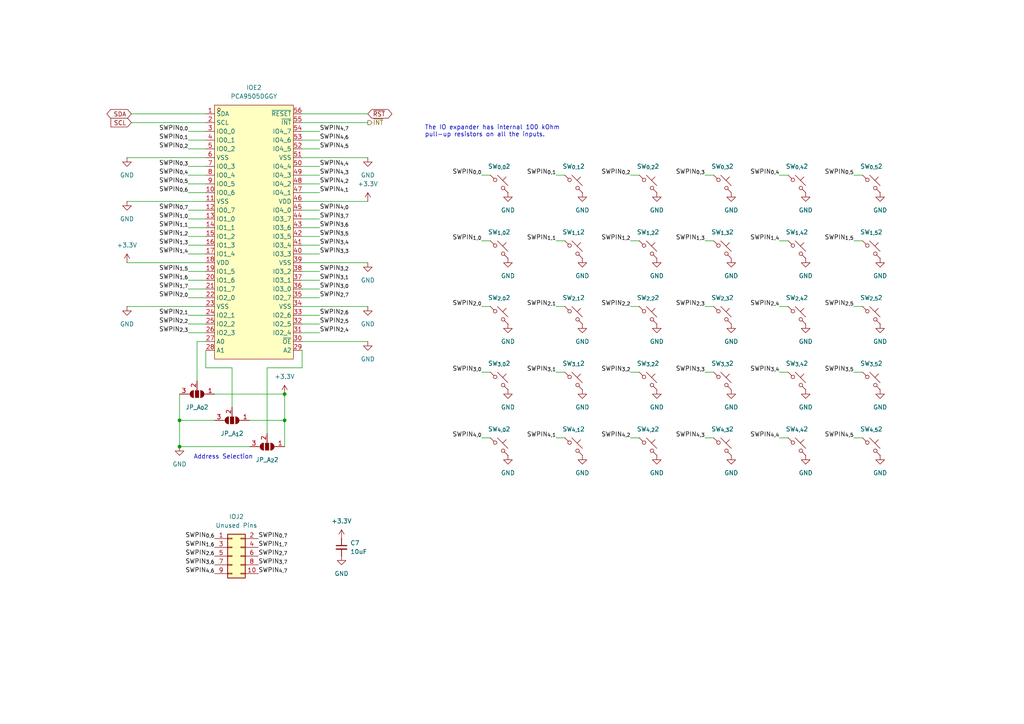
<source format=kicad_sch>
(kicad_sch (version 20250114) (generator "eeschema") (generator_version "9.0")
  (paper "A4")
  (title_block (title "Switches Right Half") (company "Jakub Hlusička"))
  (lib_symbols
    (symbol "Connector_Generic:Conn_02x05_Odd_Even" (pin_names (offset 1.016) (hide yes))
      (property "Reference" "J" (at 1.27 7.62 0))
      (property "Value" "Conn_02x05_Odd_Even" (at 1.27 -7.62 0))
      (symbol "Conn_02x05_Odd_Even_1_1"
        (rectangle (start -1.27 6.35) (end 3.81 -6.35) (stroke (width 0.254)) (fill (type background)))
        (rectangle (start -1.27 5.207) (end 0 4.953) (stroke (width 0.1524)))
        (rectangle (start -1.27 2.667) (end 0 2.413) (stroke (width 0.1524)))
        (rectangle (start -1.27 0.127) (end 0 -0.127) (stroke (width 0.1524)))
        (rectangle (start -1.27 -2.413) (end 0 -2.667) (stroke (width 0.1524)))
        (rectangle (start -1.27 -4.953) (end 0 -5.207) (stroke (width 0.1524)))
        (rectangle (start 3.81 5.207) (end 2.54 4.953) (stroke (width 0.1524)))
        (rectangle (start 3.81 2.667) (end 2.54 2.413) (stroke (width 0.1524)))
        (rectangle (start 3.81 0.127) (end 2.54 -0.127) (stroke (width 0.1524)))
        (rectangle (start 3.81 -2.413) (end 2.54 -2.667) (stroke (width 0.1524)))
        (rectangle (start 3.81 -4.953) (end 2.54 -5.207) (stroke (width 0.1524)))
        (pin passive line (at -5.08 5.08 0) (length 3.81) (name "Pin_1") (number "1"))
        (pin passive line (at -5.08 2.54 0) (length 3.81) (name "Pin_3") (number "3"))
        (pin passive line (at -5.08 0 0) (length 3.81) (name "Pin_5") (number "5"))
        (pin passive line (at -5.08 -2.54 0) (length 3.81) (name "Pin_7") (number "7"))
        (pin passive line (at -5.08 -5.08 0) (length 3.81) (name "Pin_9") (number "9"))
        (pin passive line (at 7.62 5.08 180) (length 3.81) (name "Pin_2") (number "2"))
        (pin passive line (at 7.62 2.54 180) (length 3.81) (name "Pin_4") (number "4"))
        (pin passive line (at 7.62 0 180) (length 3.81) (name "Pin_6") (number "6"))
        (pin passive line (at 7.62 -2.54 180) (length 3.81) (name "Pin_8") (number "8"))
        (pin passive line (at 7.62 -5.08 180) (length 3.81) (name "Pin_10") (number "10"))
      )
    )
    (symbol "Device:C_Small" (pin_numbers (hide yes)) (pin_names (offset 0.254) (hide yes))
      (property "Reference" "C" (at 0.254 1.778 0))
      (property "Value" "C_Small" (at 0.254 -2.032 0))
      (symbol "C_Small_0_1"
        (polyline (pts (xy -1.524 0.508) (xy 1.524 0.508)) (stroke (width 0.3048)))
        (polyline (pts (xy -1.524 -0.508) (xy 1.524 -0.508)) (stroke (width 0.3302)))
      )
      (symbol "C_Small_1_1"
        (pin passive line (at 0 2.54 270) (length 2.032) (name "~") (number "1"))
        (pin passive line (at 0 -2.54 90) (length 2.032) (name "~") (number "2"))
      )
    )
    (symbol "Jumper:SolderJumper_3_Open" (pin_names (offset 0) (hide yes)) (in_bom no)
      (property "Reference" "JP" (at -2.54 -2.54 0))
      (property "Value" "SolderJumper_3_Open" (at 0 2.794 0))
      (symbol "SolderJumper_3_Open_0_1"
        (polyline (pts (xy -2.54 0) (xy -2.032 0)))
        (polyline (pts (xy -1.016 1.016) (xy -1.016 -1.016)))
        (arc (start -1.016 -1.016) (mid -2.0276 0) (end -1.016 1.016))
        (arc (start -1.016 -1.016) (mid -2.0276 0) (end -1.016 1.016) (fill (type outline)))
        (rectangle (start -0.508 1.016) (end 0.508 -1.016) (fill (type outline)))
        (polyline (pts (xy 0 -1.27) (xy 0 -1.016)))
        (arc (start 1.016 1.016) (mid 2.0276 0) (end 1.016 -1.016))
        (arc (start 1.016 1.016) (mid 2.0276 0) (end 1.016 -1.016) (fill (type outline)))
        (polyline (pts (xy 1.016 1.016) (xy 1.016 -1.016)))
        (polyline (pts (xy 2.54 0) (xy 2.032 0)))
      )
      (symbol "SolderJumper_3_Open_1_1"
        (pin passive line (at -5.08 0 0) (length 2.54) (name "A") (number "1"))
        (pin passive line (at 0 -3.81 90) (length 2.54) (name "C") (number "2"))
        (pin passive line (at 5.08 0 180) (length 2.54) (name "B") (number "3"))
      )
    )
    (symbol "Switch:SW_Push_45deg" (pin_numbers (hide yes)) (pin_names (offset 1.016) (hide yes))
      (property "Reference" "SW" (at 3.048 1.016 0))
      (property "Value" "SW_Push_45deg" (at 0 -3.81 0))
      (symbol "SW_Push_45deg_0_1"
        (polyline (pts (xy -2.54 2.54) (xy -1.524 1.524) (xy -1.524 1.524)))
        (circle (center -1.1684 1.1684) (radius 0.508))
        (polyline (pts (xy -0.508 2.54) (xy 2.54 -0.508)))
        (polyline (pts (xy 1.016 1.016) (xy 2.032 2.032)))
        (circle (center 1.143 -1.1938) (radius 0.508))
        (polyline (pts (xy 1.524 -1.524) (xy 2.54 -2.54) (xy 2.54 -2.54) (xy 2.54 -2.54)))
        (pin passive line (at -2.54 2.54 0) (length 0) (name "1") (number "1"))
        (pin passive line (at 2.54 -2.54 180) (length 0) (name "2") (number "2"))
      )
    )
    (symbol "easyeda2kicad:PCA9505DGGY"
      (property "Reference" "U" (at 0 39.37 0))
      (property "Value" "PCA9505DGGY" (at 0 -39.37 0))
      (symbol "PCA9505DGGY_0_1"
        (rectangle (start -11.43 36.83) (end 11.43 -36.83) (fill (type background)))
        (circle (center -10.16 35.56) (radius 0.38))
      )
      (symbol "PCA9505DGGY_1_1"
        (pin bidirectional line (at -13.97 34.29 0) (length 2.54) (name "SDA") (number "1"))
        (pin input line (at -13.97 31.75 0) (length 2.54) (name "SCL") (number "2"))
        (pin bidirectional line (at -13.97 29.21 0) (length 2.54) (name "IO0_0") (number "3"))
        (pin bidirectional line (at -13.97 26.67 0) (length 2.54) (name "IO0_1") (number "4"))
        (pin bidirectional line (at -13.97 24.13 0) (length 2.54) (name "IO0_2") (number "5"))
        (pin power_in line (at -13.97 21.59 0) (length 2.54) (name "VSS") (number "6"))
        (pin bidirectional line (at -13.97 19.05 0) (length 2.54) (name "IO0_3") (number "7"))
        (pin bidirectional line (at -13.97 16.51 0) (length 2.54) (name "IO0_4") (number "8"))
        (pin bidirectional line (at -13.97 13.97 0) (length 2.54) (name "IO0_5") (number "9"))
        (pin bidirectional line (at -13.97 11.43 0) (length 2.54) (name "IO0_6") (number "10"))
        (pin power_in line (at -13.97 8.89 0) (length 2.54) (name "VSS") (number "11"))
        (pin bidirectional line (at -13.97 6.35 0) (length 2.54) (name "IO0_7") (number "12"))
        (pin bidirectional line (at -13.97 3.81 0) (length 2.54) (name "IO1_0") (number "13"))
        (pin bidirectional line (at -13.97 1.27 0) (length 2.54) (name "IO1_1") (number "14"))
        (pin bidirectional line (at -13.97 -1.27 0) (length 2.54) (name "IO1_2") (number "15"))
        (pin bidirectional line (at -13.97 -3.81 0) (length 2.54) (name "IO1_3") (number "16"))
        (pin bidirectional line (at -13.97 -6.35 0) (length 2.54) (name "IO1_4") (number "17"))
        (pin power_in line (at -13.97 -8.89 0) (length 2.54) (name "VDD") (number "18"))
        (pin bidirectional line (at -13.97 -11.43 0) (length 2.54) (name "IO1_5") (number "19"))
        (pin bidirectional line (at -13.97 -13.97 0) (length 2.54) (name "IO1_6") (number "20"))
        (pin bidirectional line (at -13.97 -16.51 0) (length 2.54) (name "IO1_7") (number "21"))
        (pin bidirectional line (at -13.97 -19.05 0) (length 2.54) (name "IO2_0") (number "22"))
        (pin power_in line (at -13.97 -21.59 0) (length 2.54) (name "VSS") (number "23"))
        (pin bidirectional line (at -13.97 -24.13 0) (length 2.54) (name "IO2_1") (number "24"))
        (pin bidirectional line (at -13.97 -26.67 0) (length 2.54) (name "IO2_2") (number "25"))
        (pin bidirectional line (at -13.97 -29.21 0) (length 2.54) (name "IO2_3") (number "26"))
        (pin input line (at -13.97 -31.75 0) (length 2.54) (name "A0") (number "27"))
        (pin input line (at -13.97 -34.29 0) (length 2.54) (name "A1") (number "28"))
        (pin input line (at 13.97 34.29 180) (length 2.54) (name "~{RESET}") (number "56"))
        (pin open_collector line (at 13.97 31.75 180) (length 2.54) (name "~{INT}") (number "55"))
        (pin bidirectional line (at 13.97 29.21 180) (length 2.54) (name "IO4_7") (number "54"))
        (pin bidirectional line (at 13.97 26.67 180) (length 2.54) (name "IO4_6") (number "53"))
        (pin bidirectional line (at 13.97 24.13 180) (length 2.54) (name "IO4_5") (number "52"))
        (pin power_in line (at 13.97 21.59 180) (length 2.54) (name "VSS") (number "51"))
        (pin bidirectional line (at 13.97 19.05 180) (length 2.54) (name "IO4_4") (number "50"))
        (pin bidirectional line (at 13.97 16.51 180) (length 2.54) (name "IO4_3") (number "49"))
        (pin bidirectional line (at 13.97 13.97 180) (length 2.54) (name "IO4_2") (number "48"))
        (pin bidirectional line (at 13.97 11.43 180) (length 2.54) (name "IO4_1") (number "47"))
        (pin power_in line (at 13.97 8.89 180) (length 2.54) (name "VDD") (number "46"))
        (pin bidirectional line (at 13.97 6.35 180) (length 2.54) (name "IO4_0") (number "45"))
        (pin bidirectional line (at 13.97 3.81 180) (length 2.54) (name "IO3_7") (number "44"))
        (pin bidirectional line (at 13.97 1.27 180) (length 2.54) (name "IO3_6") (number "43"))
        (pin bidirectional line (at 13.97 -1.27 180) (length 2.54) (name "IO3_5") (number "42"))
        (pin bidirectional line (at 13.97 -3.81 180) (length 2.54) (name "IO3_4") (number "41"))
        (pin bidirectional line (at 13.97 -6.35 180) (length 2.54) (name "IO3_3") (number "40"))
        (pin power_in line (at 13.97 -8.89 180) (length 2.54) (name "VSS") (number "39"))
        (pin bidirectional line (at 13.97 -11.43 180) (length 2.54) (name "IO3_2") (number "38"))
        (pin bidirectional line (at 13.97 -13.97 180) (length 2.54) (name "IO3_1") (number "37"))
        (pin bidirectional line (at 13.97 -16.51 180) (length 2.54) (name "IO3_0") (number "36"))
        (pin bidirectional line (at 13.97 -19.05 180) (length 2.54) (name "IO2_7") (number "35"))
        (pin power_in line (at 13.97 -21.59 180) (length 2.54) (name "VSS") (number "34"))
        (pin bidirectional line (at 13.97 -24.13 180) (length 2.54) (name "IO2_6") (number "33"))
        (pin bidirectional line (at 13.97 -26.67 180) (length 2.54) (name "IO2_5") (number "32"))
        (pin bidirectional line (at 13.97 -29.21 180) (length 2.54) (name "IO2_4") (number "31"))
        (pin input line (at 13.97 -31.75 180) (length 2.54) (name "~{OE}") (number "30"))
        (pin input line (at 13.97 -34.29 180) (length 2.54) (name "A2") (number "29"))
      )
    )
    (symbol "power:+3.3V" (power) (pin_numbers (hide yes)) (pin_names (offset 0) (hide yes))
      (property "Value" "+3.3V" (at 0 3.556 0))
      (symbol "+3.3V_0_1"
        (polyline (pts (xy -0.762 1.27) (xy 0 2.54)))
        (polyline (pts (xy 0 2.54) (xy 0.762 1.27)))
        (polyline (pts (xy 0 0) (xy 0 2.54)))
      )
      (symbol "+3.3V_1_1"
        (pin power_in line (at 0 0 90) (length 0) (name "~") (number "1"))
      )
    )
    (symbol "power:GND" (power) (pin_numbers (hide yes)) (pin_names (offset 0) (hide yes))
      (property "Value" "GND" (at 0 -3.81 0))
      (symbol "GND_0_1"
        (polyline (pts (xy 0 0) (xy 0 -1.27) (xy 1.27 -1.27) (xy 0 -2.54) (xy -1.27 -1.27) (xy 0 -1.27)))
      )
      (symbol "GND_1_1"
        (pin power_in line (at 0 0 270) (length 0) (name "~") (number "1"))
      )
    )
  )
  (text "Address Selection" (at 64.77 132.588 0) (effects (font (size 1.27 1.27))))
  (text "The IO expander has internal 100 kOhm\npull-up resistors on all the inputs." (at 123.19 38.1 0) (effects (font (size 1.27 1.27)) (justify left)))
  (junction (at 82.55 121.92))
  (junction (at 52.07 129.54))
  (junction (at 52.07 121.92))
  (junction (at 82.55 114.3))
  (wire (pts (xy 106.68 99.06) (xy 87.63 99.06)))
  (wire (pts (xy 54.61 38.1) (xy 59.69 38.1)))
  (wire (pts (xy 182.88 88.9) (xy 185.42 88.9)))
  (wire (pts (xy 92.71 40.64) (xy 87.63 40.64)))
  (wire (pts (xy 54.61 60.96) (xy 59.69 60.96)))
  (wire (pts (xy 54.61 43.18) (xy 59.69 43.18)))
  (wire (pts (xy 54.61 73.66) (xy 59.69 73.66)))
  (wire (pts (xy 87.63 101.6) (xy 87.63 106.68)))
  (wire (pts (xy 139.7 88.9) (xy 142.24 88.9)))
  (wire (pts (xy 92.71 73.66) (xy 87.63 73.66)))
  (wire (pts (xy 92.71 63.5) (xy 87.63 63.5)))
  (wire (pts (xy 182.88 69.85) (xy 185.42 69.85)))
  (wire (pts (xy 139.7 127) (xy 142.24 127)))
  (wire (pts (xy 92.71 38.1) (xy 87.63 38.1)))
  (wire (pts (xy 54.61 68.58) (xy 59.69 68.58)))
  (wire (pts (xy 62.23 114.3) (xy 82.55 114.3)))
  (wire (pts (xy 92.71 50.8) (xy 87.63 50.8)))
  (wire (pts (xy 92.71 81.28) (xy 87.63 81.28)))
  (wire (pts (xy 87.63 35.56) (xy 106.68 35.56)))
  (wire (pts (xy 36.83 76.2) (xy 59.69 76.2)))
  (wire (pts (xy 226.06 88.9) (xy 228.6 88.9)))
  (wire (pts (xy 77.47 125.73) (xy 77.47 106.68)))
  (wire (pts (xy 38.1 33.02) (xy 59.69 33.02)))
  (wire (pts (xy 54.61 66.04) (xy 59.69 66.04)))
  (wire (pts (xy 67.31 106.68) (xy 67.31 118.11)))
  (wire (pts (xy 92.71 86.36) (xy 87.63 86.36)))
  (wire (pts (xy 92.71 68.58) (xy 87.63 68.58)))
  (wire (pts (xy 204.47 107.95) (xy 207.01 107.95)))
  (wire (pts (xy 92.71 71.12) (xy 87.63 71.12)))
  (wire (pts (xy 38.1 35.56) (xy 59.69 35.56)))
  (wire (pts (xy 72.39 121.92) (xy 82.55 121.92)))
  (wire (pts (xy 161.29 50.8) (xy 163.83 50.8)))
  (wire (pts (xy 52.07 114.3) (xy 52.07 121.92)))
  (wire (pts (xy 226.06 50.8) (xy 228.6 50.8)))
  (wire (pts (xy 92.71 93.98) (xy 87.63 93.98)))
  (wire (pts (xy 87.63 33.02) (xy 106.68 33.02)))
  (wire (pts (xy 54.61 91.44) (xy 59.69 91.44)))
  (wire (pts (xy 226.06 107.95) (xy 228.6 107.95)))
  (wire (pts (xy 92.71 83.82) (xy 87.63 83.82)))
  (wire (pts (xy 87.63 45.72) (xy 106.68 45.72)))
  (wire (pts (xy 92.71 43.18) (xy 87.63 43.18)))
  (wire (pts (xy 247.65 88.9) (xy 250.19 88.9)))
  (wire (pts (xy 59.69 106.68) (xy 67.31 106.68)))
  (wire (pts (xy 54.61 71.12) (xy 59.69 71.12)))
  (wire (pts (xy 247.65 127) (xy 250.19 127)))
  (wire (pts (xy 52.07 129.54) (xy 72.39 129.54)))
  (wire (pts (xy 54.61 78.74) (xy 59.69 78.74)))
  (wire (pts (xy 54.61 40.64) (xy 59.69 40.64)))
  (wire (pts (xy 204.47 50.8) (xy 207.01 50.8)))
  (wire (pts (xy 54.61 48.26) (xy 59.69 48.26)))
  (wire (pts (xy 182.88 50.8) (xy 185.42 50.8)))
  (wire (pts (xy 139.7 50.8) (xy 142.24 50.8)))
  (wire (pts (xy 87.63 76.2) (xy 106.68 76.2)))
  (wire (pts (xy 247.65 69.85) (xy 250.19 69.85)))
  (wire (pts (xy 247.65 50.8) (xy 250.19 50.8)))
  (wire (pts (xy 52.07 121.92) (xy 52.07 129.54)))
  (wire (pts (xy 139.7 107.95) (xy 142.24 107.95)))
  (wire (pts (xy 161.29 88.9) (xy 163.83 88.9)))
  (wire (pts (xy 92.71 60.96) (xy 87.63 60.96)))
  (wire (pts (xy 54.61 63.5) (xy 59.69 63.5)))
  (wire (pts (xy 226.06 69.85) (xy 228.6 69.85)))
  (wire (pts (xy 82.55 114.3) (xy 82.55 121.92)))
  (wire (pts (xy 54.61 93.98) (xy 59.69 93.98)))
  (wire (pts (xy 182.88 127) (xy 185.42 127)))
  (wire (pts (xy 77.47 106.68) (xy 87.63 106.68)))
  (wire (pts (xy 87.63 88.9) (xy 106.68 88.9)))
  (wire (pts (xy 204.47 127) (xy 207.01 127)))
  (wire (pts (xy 59.69 101.6) (xy 59.69 106.68)))
  (wire (pts (xy 87.63 58.42) (xy 106.68 58.42)))
  (wire (pts (xy 36.83 58.42) (xy 59.69 58.42)))
  (wire (pts (xy 226.06 127) (xy 228.6 127)))
  (wire (pts (xy 161.29 107.95) (xy 163.83 107.95)))
  (wire (pts (xy 36.83 45.72) (xy 59.69 45.72)))
  (wire (pts (xy 54.61 96.52) (xy 59.69 96.52)))
  (wire (pts (xy 54.61 83.82) (xy 59.69 83.82)))
  (wire (pts (xy 139.7 69.85) (xy 142.24 69.85)))
  (wire (pts (xy 182.88 107.95) (xy 185.42 107.95)))
  (wire (pts (xy 92.71 91.44) (xy 87.63 91.44)))
  (wire (pts (xy 92.71 66.04) (xy 87.63 66.04)))
  (wire (pts (xy 92.71 55.88) (xy 87.63 55.88)))
  (wire (pts (xy 36.83 88.9) (xy 59.69 88.9)))
  (wire (pts (xy 161.29 69.85) (xy 163.83 69.85)))
  (wire (pts (xy 54.61 86.36) (xy 59.69 86.36)))
  (wire (pts (xy 59.69 99.06) (xy 57.15 99.06)))
  (wire (pts (xy 52.07 121.92) (xy 62.23 121.92)))
  (wire (pts (xy 92.71 53.34) (xy 87.63 53.34)))
  (wire (pts (xy 82.55 121.92) (xy 82.55 129.54)))
  (wire (pts (xy 204.47 69.85) (xy 207.01 69.85)))
  (wire (pts (xy 161.29 127) (xy 163.83 127)))
  (wire (pts (xy 247.65 107.95) (xy 250.19 107.95)))
  (wire (pts (xy 57.15 99.06) (xy 57.15 110.49)))
  (wire (pts (xy 54.61 50.8) (xy 59.69 50.8)))
  (wire (pts (xy 92.71 78.74) (xy 87.63 78.74)))
  (wire (pts (xy 54.61 53.34) (xy 59.69 53.34)))
  (wire (pts (xy 204.47 88.9) (xy 207.01 88.9)))
  (wire (pts (xy 54.61 55.88) (xy 59.69 55.88)))
  (wire (pts (xy 92.71 48.26) (xy 87.63 48.26)))
  (wire (pts (xy 54.61 81.28) (xy 59.69 81.28)))
  (wire (pts (xy 92.71 96.52) (xy 87.63 96.52)))
  (label "SWPIN_{3,1}" (at 161.29 107.95 180))
  (label "SWPIN_{0,3}" (at 204.47 50.8 180))
  (label "SWPIN_{3,2}" (at 92.71 78.74 0))
  (label "SWPIN_{0,7}" (at 74.93 156.21 0))
  (label "SWPIN_{4,5}" (at 247.65 127 180))
  (label "SWPIN_{4,6}" (at 62.23 166.37 180))
  (label "SWPIN_{2,7}" (at 92.71 86.36 0))
  (label "SWPIN_{2,1}" (at 54.61 91.44 180))
  (label "SWPIN_{2,7}" (at 74.93 161.29 0))
  (label "SWPIN_{3,5}" (at 247.65 107.95 180))
  (label "SWPIN_{2,4}" (at 226.06 88.9 180))
  (label "SWPIN_{0,6}" (at 54.61 55.88 180))
  (label "SWPIN_{4,4}" (at 226.06 127 180))
  (label "SWPIN_{3,0}" (at 92.71 83.82 0))
  (label "SWPIN_{0,2}" (at 182.88 50.8 180))
  (label "SWPIN_{1,1}" (at 54.61 66.04 180))
  (label "SWPIN_{4,2}" (at 182.88 127 180))
  (label "SWPIN_{2,2}" (at 54.61 93.98 180))
  (label "SWPIN_{3,3}" (at 92.71 73.66 0))
  (label "SWPIN_{1,4}" (at 54.61 73.66 180))
  (label "SWPIN_{4,6}" (at 92.71 40.64 0))
  (label "SWPIN_{2,0}" (at 54.61 86.36 180))
  (label "SWPIN_{1,7}" (at 74.93 158.75 0))
  (label "SWPIN_{0,6}" (at 62.23 156.21 180))
  (label "SWPIN_{1,1}" (at 161.29 69.85 180))
  (label "SWPIN_{1,6}" (at 54.61 81.28 180))
  (label "SWPIN_{1,2}" (at 182.88 69.85 180))
  (label "SWPIN_{4,7}" (at 74.93 166.37 0))
  (label "SWPIN_{0,3}" (at 54.61 48.26 180))
  (label "SWPIN_{2,3}" (at 204.47 88.9 180))
  (label "SWPIN_{0,0}" (at 139.7 50.8 180))
  (label "SWPIN_{3,0}" (at 139.7 107.95 180))
  (label "SWPIN_{3,3}" (at 204.47 107.95 180))
  (label "SWPIN_{0,1}" (at 54.61 40.64 180))
  (label "SWPIN_{3,7}" (at 74.93 163.83 0))
  (label "SWPIN_{2,2}" (at 182.88 88.9 180))
  (label "SWPIN_{0,4}" (at 226.06 50.8 180))
  (label "SWPIN_{0,5}" (at 54.61 53.34 180))
  (label "SWPIN_{0,1}" (at 161.29 50.8 180))
  (label "SWPIN_{2,6}" (at 92.71 91.44 0))
  (label "SWPIN_{4,0}" (at 92.71 60.96 0))
  (label "SWPIN_{1,4}" (at 226.06 69.85 180))
  (label "SWPIN_{1,3}" (at 54.61 71.12 180))
  (label "SWPIN_{1,2}" (at 54.61 68.58 180))
  (label "SWPIN_{3,4}" (at 92.71 71.12 0))
  (label "SWPIN_{4,3}" (at 204.47 127 180))
  (label "SWPIN_{4,3}" (at 92.71 50.8 0))
  (label "SWPIN_{2,0}" (at 139.7 88.9 180))
  (label "SWPIN_{1,5}" (at 247.65 69.85 180))
  (label "SWPIN_{2,5}" (at 92.71 93.98 0))
  (label "SWPIN_{3,1}" (at 92.71 81.28 0))
  (label "SWPIN_{3,5}" (at 92.71 68.58 0))
  (label "SWPIN_{4,1}" (at 92.71 55.88 0))
  (label "SWPIN_{3,2}" (at 182.88 107.95 180))
  (label "SWPIN_{2,5}" (at 247.65 88.9 180))
  (label "SWPIN_{1,3}" (at 204.47 69.85 180))
  (label "SWPIN_{4,1}" (at 161.29 127 180))
  (label "SWPIN_{3,4}" (at 226.06 107.95 180))
  (label "SWPIN_{2,4}" (at 92.71 96.52 0))
  (label "SWPIN_{2,3}" (at 54.61 96.52 180))
  (label "SWPIN_{1,6}" (at 62.23 158.75 180))
  (label "SWPIN_{4,4}" (at 92.71 48.26 0))
  (label "SWPIN_{3,6}" (at 92.71 66.04 0))
  (label "SWPIN_{3,6}" (at 62.23 163.83 180))
  (label "SWPIN_{4,2}" (at 92.71 53.34 0))
  (label "SWPIN_{2,1}" (at 161.29 88.9 180))
  (label "SWPIN_{1,0}" (at 139.7 69.85 180))
  (label "SWPIN_{0,5}" (at 247.65 50.8 180))
  (label "SWPIN_{0,7}" (at 54.61 60.96 180))
  (label "SWPIN_{4,7}" (at 92.71 38.1 0))
  (label "SWPIN_{1,0}" (at 54.61 63.5 180))
  (label "SWPIN_{0,2}" (at 54.61 43.18 180))
  (label "SWPIN_{4,0}" (at 139.7 127 180))
  (label "SWPIN_{0,4}" (at 54.61 50.8 180))
  (label "SWPIN_{3,7}" (at 92.71 63.5 0))
  (label "SWPIN_{0,0}" (at 54.61 38.1 180))
  (label "SWPIN_{1,5}" (at 54.61 78.74 180))
  (label "SWPIN_{1,7}" (at 54.61 83.82 180))
  (label "SWPIN_{2,6}" (at 62.23 161.29 180))
  (label "SWPIN_{4,5}" (at 92.71 43.18 0))
  (global_label "SCL" (shape input) (at 38.1 35.56 180) (property "Intersheetrefs" "${INTERSHEET_REFS}" (effects (hide yes))))
  (global_label "SDA" (shape bidirectional) (at 38.1 33.02 180) (property "Intersheetrefs" "${INTERSHEET_REFS}" (effects (hide yes))))
  (global_label "~{RST}" (shape bidirectional) (at 106.68 33.02 0) (property "Intersheetrefs" "${INTERSHEET_REFS}" (effects (hide yes))))
  (hierarchical_label "~{INT}" (shape output) (at 106.68 35.56 0))
  (symbol (lib_id "power:GND") (at 212.09 93.98 0) (unit 1)
    (property "Reference" "#PWR077" (effects (hide yes)))
    (property "Value" "GND" (at 212.09 99.06 0))
    (property "Description" "Power symbol creates a global label with name \"GND\" , ground" (effects (hide yes)))
    (instances (project "acid" (path "" (reference "#PWR032") (unit 1)) (path "" (reference "#PWR077") (unit 1))))
  )
  (symbol (lib_id "Switch:SW_Push_45deg") (at 187.96 129.54 0) (unit 1)
    (property "Reference" "SW_{4,2}1" (at 187.96 124.46 0))
    (property "Value" "SW_Push_45deg" (effects (hide yes)))
    (property "Footprint" "MX_Hotswap:MX-Hotswap-1U" (effects (hide yes)))
    (property "Description" "Push button switch, normally open, two pins, 45° tilted" (effects (hide yes)))
    (instances (project "acid" (path "" (reference "SW_{4,2}2") (unit 1)) (path "" (reference "SW_{4,2}1") (unit 1))))
  )
  (symbol (lib_id "power:GND") (at 255.27 113.03 0) (unit 1)
    (property "Reference" "#PWR088" (effects (hide yes)))
    (property "Value" "GND" (at 255.27 118.11 0))
    (property "Description" "Power symbol creates a global label with name \"GND\" , ground" (effects (hide yes)))
    (instances (project "acid" (path "" (reference "#PWR040") (unit 1)) (path "" (reference "#PWR088") (unit 1))))
  )
  (symbol (lib_id "Switch:SW_Push_45deg") (at 231.14 53.34 0) (unit 1)
    (property "Reference" "SW_{0,4}1" (at 231.14 48.26 0))
    (property "Value" "SW_Push_45deg" (effects (hide yes)))
    (property "Footprint" "MX_Hotswap:MX-Hotswap-1U" (effects (hide yes)))
    (property "Description" "Push button switch, normally open, two pins, 45° tilted" (effects (hide yes)))
    (instances (project "acid" (path "" (reference "SW_{0,4}2") (unit 1)) (path "" (reference "SW_{0,4}1") (unit 1))))
  )
  (symbol (lib_id "power:GND") (at 190.5 132.08 0) (unit 1)
    (property "Reference" "#PWR074" (effects (hide yes)))
    (property "Value" "GND" (at 190.5 137.16 0))
    (property "Description" "Power symbol creates a global label with name \"GND\" , ground" (effects (hide yes)))
    (instances (project "acid" (path "" (reference "#PWR043") (unit 1)) (path "" (reference "#PWR074") (unit 1))))
  )
  (symbol (lib_id "power:GND") (at 190.5 55.88 0) (unit 1)
    (property "Reference" "#PWR070" (effects (hide yes)))
    (property "Value" "GND" (at 190.5 60.96 0))
    (property "Description" "Power symbol creates a global label with name \"GND\" , ground" (effects (hide yes)))
    (instances (project "acid" (path "" (reference "#PWR019") (unit 1)) (path "" (reference "#PWR070") (unit 1))))
  )
  (symbol (lib_id "Switch:SW_Push_45deg") (at 209.55 53.34 0) (unit 1)
    (property "Reference" "SW_{0,3}1" (at 209.55 48.26 0))
    (property "Value" "SW_Push_45deg" (effects (hide yes)))
    (property "Footprint" "MX_Hotswap:MX-Hotswap-1U" (effects (hide yes)))
    (property "Description" "Push button switch, normally open, two pins, 45° tilted" (effects (hide yes)))
    (instances (project "acid" (path "" (reference "SW_{0,3}2") (unit 1)) (path "" (reference "SW_{0,3}1") (unit 1))))
  )
  (symbol (lib_id "Switch:SW_Push_45deg") (at 166.37 110.49 0) (unit 1)
    (property "Reference" "SW_{3,1}1" (at 166.37 105.41 0))
    (property "Value" "SW_Push_45deg" (effects (hide yes)))
    (property "Footprint" "MX_Hotswap:MX-Hotswap-1U" (effects (hide yes)))
    (property "Description" "Push button switch, normally open, two pins, 45° tilted" (effects (hide yes)))
    (instances (project "acid" (path "" (reference "SW_{3,1}2") (unit 1)) (path "" (reference "SW_{3,1}1") (unit 1))))
  )
  (symbol (lib_id "power:GND") (at 106.68 45.72 0) (unit 1)
    (property "Reference" "#PWR055" (effects (hide yes)))
    (property "Value" "GND" (at 106.68 50.8 0))
    (property "Description" "Power symbol creates a global label with name \"GND\" , ground" (effects (hide yes)))
    (instances (project "acid" (path "" (reference "#PWR015") (unit 1)) (path "" (reference "#PWR055") (unit 1))))
  )
  (symbol (lib_id "Switch:SW_Push_45deg") (at 231.14 110.49 0) (unit 1)
    (property "Reference" "SW_{3,4}1" (at 231.14 105.41 0))
    (property "Value" "SW_Push_45deg" (effects (hide yes)))
    (property "Footprint" "MX_Hotswap:MX-Hotswap-1U" (effects (hide yes)))
    (property "Description" "Push button switch, normally open, two pins, 45° tilted" (effects (hide yes)))
    (instances (project "acid" (path "" (reference "SW_{3,4}2") (unit 1)) (path "" (reference "SW_{3,4}1") (unit 1))))
  )
  (symbol (lib_id "power:GND") (at 255.27 93.98 0) (unit 1)
    (property "Reference" "#PWR087" (effects (hide yes)))
    (property "Value" "GND" (at 255.27 99.06 0))
    (property "Description" "Power symbol creates a global label with name \"GND\" , ground" (effects (hide yes)))
    (instances (project "acid" (path "" (reference "#PWR034") (unit 1)) (path "" (reference "#PWR087") (unit 1))))
  )
  (symbol (lib_id "power:GND") (at 190.5 113.03 0) (unit 1)
    (property "Reference" "#PWR073" (effects (hide yes)))
    (property "Value" "GND" (at 190.5 118.11 0))
    (property "Description" "Power symbol creates a global label with name \"GND\" , ground" (effects (hide yes)))
    (instances (project "acid" (path "" (reference "#PWR037") (unit 1)) (path "" (reference "#PWR073") (unit 1))))
  )
  (symbol (lib_id "Switch:SW_Push_45deg") (at 166.37 53.34 0) (unit 1)
    (property "Reference" "SW_{0,1}1" (at 166.37 48.26 0))
    (property "Value" "SW_Push_45deg" (effects (hide yes)))
    (property "Footprint" "MX_Hotswap:MX-Hotswap-1U" (effects (hide yes)))
    (property "Description" "Push button switch, normally open, two pins, 45° tilted" (effects (hide yes)))
    (instances (project "acid" (path "" (reference "SW_{0,1}2") (unit 1)) (path "" (reference "SW_{0,1}1") (unit 1))))
  )
  (symbol (lib_id "power:GND") (at 168.91 55.88 0) (unit 1)
    (property "Reference" "#PWR065" (effects (hide yes)))
    (property "Value" "GND" (at 168.91 60.96 0))
    (property "Description" "Power symbol creates a global label with name \"GND\" , ground" (effects (hide yes)))
    (instances (project "acid" (path "" (reference "#PWR018") (unit 1)) (path "" (reference "#PWR065") (unit 1))))
  )
  (symbol (lib_id "Switch:SW_Push_45deg") (at 166.37 129.54 0) (unit 1)
    (property "Reference" "SW_{4,1}1" (at 166.37 124.46 0))
    (property "Value" "SW_Push_45deg" (effects (hide yes)))
    (property "Footprint" "MX_Hotswap:MX-Hotswap-1U" (effects (hide yes)))
    (property "Description" "Push button switch, normally open, two pins, 45° tilted" (effects (hide yes)))
    (instances (project "acid" (path "" (reference "SW_{4,1}2") (unit 1)) (path "" (reference "SW_{4,1}1") (unit 1))))
  )
  (symbol (lib_id "Switch:SW_Push_45deg") (at 231.14 91.44 0) (unit 1)
    (property "Reference" "SW_{2,4}1" (at 231.14 86.36 0))
    (property "Value" "SW_Push_45deg" (effects (hide yes)))
    (property "Footprint" "MX_Hotswap:MX-Hotswap-1U" (effects (hide yes)))
    (property "Description" "Push button switch, normally open, two pins, 45° tilted" (effects (hide yes)))
    (instances (project "acid" (path "" (reference "SW_{2,4}2") (unit 1)) (path "" (reference "SW_{2,4}1") (unit 1))))
  )
  (symbol (lib_id "power:GND") (at 212.09 74.93 0) (unit 1)
    (property "Reference" "#PWR076" (effects (hide yes)))
    (property "Value" "GND" (at 212.09 80.01 0))
    (property "Description" "Power symbol creates a global label with name \"GND\" , ground" (effects (hide yes)))
    (instances (project "acid" (path "" (reference "#PWR026") (unit 1)) (path "" (reference "#PWR076") (unit 1))))
  )
  (symbol (lib_id "power:GND") (at 106.68 76.2 0) (unit 1)
    (property "Reference" "#PWR057" (effects (hide yes)))
    (property "Value" "GND" (at 106.68 81.28 0))
    (property "Description" "Power symbol creates a global label with name \"GND\" , ground" (effects (hide yes)))
    (instances (project "acid" (path "" (reference "#PWR014") (unit 1)) (path "" (reference "#PWR057") (unit 1))))
  )
  (symbol (lib_id "power:GND") (at 212.09 132.08 0) (unit 1)
    (property "Reference" "#PWR079" (effects (hide yes)))
    (property "Value" "GND" (at 212.09 137.16 0))
    (property "Description" "Power symbol creates a global label with name \"GND\" , ground" (effects (hide yes)))
    (instances (project "acid" (path "" (reference "#PWR044") (unit 1)) (path "" (reference "#PWR079") (unit 1))))
  )
  (symbol (lib_id "power:GND") (at 255.27 74.93 0) (unit 1)
    (property "Reference" "#PWR086" (effects (hide yes)))
    (property "Value" "GND" (at 255.27 80.01 0))
    (property "Description" "Power symbol creates a global label with name \"GND\" , ground" (effects (hide yes)))
    (instances (project "acid" (path "" (reference "#PWR028") (unit 1)) (path "" (reference "#PWR086") (unit 1))))
  )
  (symbol (lib_id "power:GND") (at 106.68 88.9 0) (unit 1)
    (property "Reference" "#PWR058" (effects (hide yes)))
    (property "Value" "GND" (at 106.68 93.98 0))
    (property "Description" "Power symbol creates a global label with name \"GND\" , ground" (effects (hide yes)))
    (instances (project "acid" (path "" (reference "#PWR013") (unit 1)) (path "" (reference "#PWR058") (unit 1))))
  )
  (symbol (lib_id "Switch:SW_Push_45deg") (at 252.73 110.49 0) (unit 1)
    (property "Reference" "SW_{3,5}1" (at 252.73 105.41 0))
    (property "Value" "SW_Push_45deg" (effects (hide yes)))
    (property "Footprint" "MX_Hotswap:MX-Hotswap-1U" (effects (hide yes)))
    (property "Description" "Push button switch, normally open, two pins, 45° tilted" (effects (hide yes)))
    (instances (project "acid" (path "" (reference "SW_{3,5}2") (unit 1)) (path "" (reference "SW_{3,5}1") (unit 1))))
  )
  (symbol (lib_id "power:GND") (at 212.09 55.88 0) (unit 1)
    (property "Reference" "#PWR075" (effects (hide yes)))
    (property "Value" "GND" (at 212.09 60.96 0))
    (property "Description" "Power symbol creates a global label with name \"GND\" , ground" (effects (hide yes)))
    (instances (project "acid" (path "" (reference "#PWR020") (unit 1)) (path "" (reference "#PWR075") (unit 1))))
  )
  (symbol (lib_id "power:GND") (at 36.83 58.42 0) (unit 1)
    (property "Reference" "#PWR049" (effects (hide yes)))
    (property "Value" "GND" (at 36.83 63.5 0))
    (property "Description" "Power symbol creates a global label with name \"GND\" , ground" (effects (hide yes)))
    (instances (project "acid" (path "" (reference "#PWR011") (unit 1)) (path "" (reference "#PWR049") (unit 1))))
  )
  (symbol (lib_id "Switch:SW_Push_45deg") (at 209.55 129.54 0) (unit 1)
    (property "Reference" "SW_{4,3}1" (at 209.55 124.46 0))
    (property "Value" "SW_Push_45deg" (effects (hide yes)))
    (property "Footprint" "MX_Hotswap:MX-Hotswap-1U" (effects (hide yes)))
    (property "Description" "Push button switch, normally open, two pins, 45° tilted" (effects (hide yes)))
    (instances (project "acid" (path "" (reference "SW_{4,3}2") (unit 1)) (path "" (reference "SW_{4,3}1") (unit 1))))
  )
  (symbol (lib_id "power:GND") (at 99.06 161.29 0) (unit 1)
    (property "Reference" "#PWR0116" (effects (hide yes)))
    (property "Value" "GND" (at 99.06 166.37 0))
    (property "Description" "Power symbol creates a global label with name \"GND\" , ground" (effects (hide yes)))
    (instances (project "acid" (path "" (reference "#PWR0117") (unit 1)) (path "" (reference "#PWR0116") (unit 1))))
  )
  (symbol (lib_id "power:GND") (at 36.83 45.72 0) (unit 1)
    (property "Reference" "#PWR048" (effects (hide yes)))
    (property "Value" "GND" (at 36.83 50.8 0))
    (property "Description" "Power symbol creates a global label with name \"GND\" , ground" (effects (hide yes)))
    (instances (project "" (path "" (reference "#PWR0109") (unit 1)) (path "" (reference "#PWR048") (unit 1))))
  )
  (symbol (lib_id "power:GND") (at 106.68 99.06 0) (unit 1)
    (property "Reference" "#PWR059" (effects (hide yes)))
    (property "Value" "GND" (at 106.68 104.14 0))
    (property "Description" "Power symbol creates a global label with name \"GND\" , ground" (effects (hide yes)))
    (instances (project "acid" (path "" (reference "#PWR047") (unit 1)) (path "" (reference "#PWR059") (unit 1))))
  )
  (symbol (lib_id "power:GND") (at 147.32 74.93 0) (unit 1)
    (property "Reference" "#PWR061" (effects (hide yes)))
    (property "Value" "GND" (at 147.32 80.01 0))
    (property "Description" "Power symbol creates a global label with name \"GND\" , ground" (effects (hide yes)))
    (instances (project "acid" (path "" (reference "#PWR023") (unit 1)) (path "" (reference "#PWR061") (unit 1))))
  )
  (symbol (lib_id "Switch:SW_Push_45deg") (at 187.96 53.34 0) (unit 1)
    (property "Reference" "SW_{0,2}1" (at 187.96 48.26 0))
    (property "Value" "SW_Push_45deg" (effects (hide yes)))
    (property "Footprint" "MX_Hotswap:MX-Hotswap-1U" (effects (hide yes)))
    (property "Description" "Push button switch, normally open, two pins, 45° tilted" (effects (hide yes)))
    (instances (project "acid" (path "" (reference "SW_{0,2}2") (unit 1)) (path "" (reference "SW_{0,2}1") (unit 1))))
  )
  (symbol (lib_id "power:+3.3V") (at 106.68 58.42 0) (unit 1)
    (property "Reference" "#PWR056" (effects (hide yes)))
    (property "Value" "+3.3V" (at 106.68 53.34 0))
    (property "Description" "Power symbol creates a global label with name \"+3.3V\"" (effects (hide yes)))
    (instances (project "acid" (path "" (reference "#PWR017") (unit 1)) (path "" (reference "#PWR056") (unit 1))))
  )
  (symbol (lib_id "Switch:SW_Push_45deg") (at 209.55 72.39 0) (unit 1)
    (property "Reference" "SW_{1,3}1" (at 209.55 67.31 0))
    (property "Value" "SW_Push_45deg" (effects (hide yes)))
    (property "Footprint" "MX_Hotswap:MX-Hotswap-1U" (effects (hide yes)))
    (property "Description" "Push button switch, normally open, two pins, 45° tilted" (effects (hide yes)))
    (instances (project "acid" (path "" (reference "SW_{1,3}2") (unit 1)) (path "" (reference "SW_{1,3}1") (unit 1))))
  )
  (symbol (lib_id "power:GND") (at 147.32 55.88 0) (unit 1)
    (property "Reference" "#PWR060" (effects (hide yes)))
    (property "Value" "GND" (at 147.32 60.96 0))
    (property "Description" "Power symbol creates a global label with name \"GND\" , ground" (effects (hide yes)))
    (instances (project "" (path "" (reference "#PWR0107") (unit 1)) (path "" (reference "#PWR060") (unit 1))))
  )
  (symbol (lib_id "power:+3.3V") (at 82.55 114.3 0) (unit 1)
    (property "Reference" "#PWR053" (effects (hide yes)))
    (property "Value" "+3.3V" (at 82.55 109.22 0))
    (property "Description" "Power symbol creates a global label with name \"+3.3V\"" (effects (hide yes)))
    (instances (project "" (path "" (reference "#PWR0104") (unit 1)) (path "" (reference "#PWR053") (unit 1))))
  )
  (symbol (lib_id "Switch:SW_Push_45deg") (at 209.55 91.44 0) (unit 1)
    (property "Reference" "SW_{2,3}1" (at 209.55 86.36 0))
    (property "Value" "SW_Push_45deg" (effects (hide yes)))
    (property "Footprint" "MX_Hotswap:MX-Hotswap-1U" (effects (hide yes)))
    (property "Description" "Push button switch, normally open, two pins, 45° tilted" (effects (hide yes)))
    (instances (project "acid" (path "" (reference "SW_{2,3}2") (unit 1)) (path "" (reference "SW_{2,3}1") (unit 1))))
  )
  (symbol (lib_id "Device:C_Small") (at 99.06 158.75 0) (unit 1)
    (property "Reference" "C6" (at 101.6 157.4862 0) (effects (justify left)))
    (property "Value" "10uF" (at 101.6 160.0262 0) (effects (justify left)))
    (property "Footprint" "Capacitor_SMD:C_0603_1608Metric" (effects (hide yes)))
    (property "Description" "Unpolarized capacitor, small symbol" (effects (hide yes)))
    (instances (project "" (path "" (reference "C7") (unit 1)) (path "" (reference "C6") (unit 1))))
  )
  (symbol (lib_id "Switch:SW_Push_45deg") (at 144.78 91.44 0) (unit 1)
    (property "Reference" "SW_{2,0}1" (at 144.78 86.36 0))
    (property "Value" "SW_Push_45deg" (effects (hide yes)))
    (property "Footprint" "MX_Hotswap:MX-Hotswap-1U" (effects (hide yes)))
    (property "Description" "Push button switch, normally open, two pins, 45° tilted" (effects (hide yes)))
    (instances (project "acid" (path "" (reference "SW_{2,0}2") (unit 1)) (path "" (reference "SW_{2,0}1") (unit 1))))
  )
  (symbol (lib_id "easyeda2kicad:PCA9505DGGY") (at 73.66 67.31 0) (unit 1)
    (property "Reference" "IOE1" (at 73.66 25.4 0))
    (property "Value" "PCA9505DGGY" (at 73.66 27.94 0))
    (property "Footprint" "easyeda2kicad:TSSOP-56_L14.0-W6.1-P0.50-LS8.1-BL" (effects (hide yes)))
    (property "LCSC Part" "C3194497" (effects (hide yes)))
    (instances (project "" (path "" (reference "IOE2") (unit 1)) (path "" (reference "IOE1") (unit 1))))
  )
  (symbol (lib_id "power:GND") (at 168.91 93.98 0) (unit 1)
    (property "Reference" "#PWR067" (effects (hide yes)))
    (property "Value" "GND" (at 168.91 99.06 0))
    (property "Description" "Power symbol creates a global label with name \"GND\" , ground" (effects (hide yes)))
    (instances (project "acid" (path "" (reference "#PWR030") (unit 1)) (path "" (reference "#PWR067") (unit 1))))
  )
  (symbol (lib_id "power:GND") (at 233.68 132.08 0) (unit 1)
    (property "Reference" "#PWR084" (effects (hide yes)))
    (property "Value" "GND" (at 233.68 137.16 0))
    (property "Description" "Power symbol creates a global label with name \"GND\" , ground" (effects (hide yes)))
    (instances (project "acid" (path "" (reference "#PWR045") (unit 1)) (path "" (reference "#PWR084") (unit 1))))
  )
  (symbol (lib_id "power:GND") (at 147.32 93.98 0) (unit 1)
    (property "Reference" "#PWR062" (effects (hide yes)))
    (property "Value" "GND" (at 147.32 99.06 0))
    (property "Description" "Power symbol creates a global label with name \"GND\" , ground" (effects (hide yes)))
    (instances (project "acid" (path "" (reference "#PWR029") (unit 1)) (path "" (reference "#PWR062") (unit 1))))
  )
  (symbol (lib_id "Switch:SW_Push_45deg") (at 187.96 110.49 0) (unit 1)
    (property "Reference" "SW_{3,2}1" (at 187.96 105.41 0))
    (property "Value" "SW_Push_45deg" (effects (hide yes)))
    (property "Footprint" "MX_Hotswap:MX-Hotswap-1U" (effects (hide yes)))
    (property "Description" "Push button switch, normally open, two pins, 45° tilted" (effects (hide yes)))
    (instances (project "acid" (path "" (reference "SW_{3,2}2") (unit 1)) (path "" (reference "SW_{3,2}1") (unit 1))))
  )
  (symbol (lib_id "Switch:SW_Push_45deg") (at 187.96 91.44 0) (unit 1)
    (property "Reference" "SW_{2,2}1" (at 187.96 86.36 0))
    (property "Value" "SW_Push_45deg" (effects (hide yes)))
    (property "Footprint" "MX_Hotswap:MX-Hotswap-1U" (effects (hide yes)))
    (property "Description" "Push button switch, normally open, two pins, 45° tilted" (effects (hide yes)))
    (instances (project "acid" (path "" (reference "SW_{2,2}2") (unit 1)) (path "" (reference "SW_{2,2}1") (unit 1))))
  )
  (symbol (lib_id "Switch:SW_Push_45deg") (at 252.73 129.54 0) (unit 1)
    (property "Reference" "SW_{4,5}1" (at 252.73 124.46 0))
    (property "Value" "SW_Push_45deg" (effects (hide yes)))
    (property "Footprint" "MX_Hotswap:MX-Hotswap-1U" (effects (hide yes)))
    (property "Description" "Push button switch, normally open, two pins, 45° tilted" (effects (hide yes)))
    (instances (project "acid" (path "" (reference "SW_{4,5}2") (unit 1)) (path "" (reference "SW_{4,5}1") (unit 1))))
  )
  (symbol (lib_id "power:GND") (at 190.5 74.93 0) (unit 1)
    (property "Reference" "#PWR071" (effects (hide yes)))
    (property "Value" "GND" (at 190.5 80.01 0))
    (property "Description" "Power symbol creates a global label with name \"GND\" , ground" (effects (hide yes)))
    (instances (project "acid" (path "" (reference "#PWR025") (unit 1)) (path "" (reference "#PWR071") (unit 1))))
  )
  (symbol (lib_id "power:GND") (at 147.32 132.08 0) (unit 1)
    (property "Reference" "#PWR064" (effects (hide yes)))
    (property "Value" "GND" (at 147.32 137.16 0))
    (property "Description" "Power symbol creates a global label with name \"GND\" , ground" (effects (hide yes)))
    (instances (project "acid" (path "" (reference "#PWR041") (unit 1)) (path "" (reference "#PWR064") (unit 1))))
  )
  (symbol (lib_id "Jumper:SolderJumper_3_Open") (at 67.31 121.92 180) (unit 1) (in_bom no)
    (property "Reference" "JP_A_{1}1" (at 67.31 125.73 0))
    (property "Value" "SolderJumper_3_Open" (effects (hide yes)))
    (property "Footprint" "Project_Library:SolderJumper-3_P2.0mm_Open_TrianglePad1.0x1.5mm_LTR" (effects (hide yes)))
    (property "Description" "Solder Jumper, 3-pole, open" (effects (hide yes)))
    (instances (project "acid" (path "" (reference "JP_A_{1}2") (unit 1)) (path "" (reference "JP_A_{1}1") (unit 1))))
  )
  (symbol (lib_id "Switch:SW_Push_45deg") (at 252.73 72.39 0) (unit 1)
    (property "Reference" "SW_{1,5}1" (at 252.73 67.31 0))
    (property "Value" "SW_Push_45deg" (effects (hide yes)))
    (property "Footprint" "MX_Hotswap:MX-Hotswap-1U" (effects (hide yes)))
    (property "Description" "Push button switch, normally open, two pins, 45° tilted" (effects (hide yes)))
    (instances (project "acid" (path "" (reference "SW_{1,5}2") (unit 1)) (path "" (reference "SW_{1,5}1") (unit 1))))
  )
  (symbol (lib_id "Switch:SW_Push_45deg") (at 252.73 91.44 0) (unit 1)
    (property "Reference" "SW_{2,5}1" (at 252.73 86.36 0))
    (property "Value" "SW_Push_45deg" (effects (hide yes)))
    (property "Footprint" "MX_Hotswap:MX-Hotswap-1U" (effects (hide yes)))
    (property "Description" "Push button switch, normally open, two pins, 45° tilted" (effects (hide yes)))
    (instances (project "acid" (path "" (reference "SW_{2,5}2") (unit 1)) (path "" (reference "SW_{2,5}1") (unit 1))))
  )
  (symbol (lib_id "Jumper:SolderJumper_3_Open") (at 57.15 114.3 180) (unit 1) (in_bom no)
    (property "Reference" "JP_A_{0}1" (at 57.15 118.11 0))
    (property "Value" "SolderJumper_3_Open" (effects (hide yes)))
    (property "Footprint" "Project_Library:SolderJumper-3_P2.0mm_Open_TrianglePad1.0x1.5mm_LTR" (effects (hide yes)))
    (property "Description" "Solder Jumper, 3-pole, open" (effects (hide yes)))
    (instances (project "" (path "" (reference "JP_A_{0}2") (unit 1)) (path "" (reference "JP_A_{0}1") (unit 1))))
  )
  (symbol (lib_id "power:GND") (at 36.83 88.9 0) (unit 1)
    (property "Reference" "#PWR051" (effects (hide yes)))
    (property "Value" "GND" (at 36.83 93.98 0))
    (property "Description" "Power symbol creates a global label with name \"GND\" , ground" (effects (hide yes)))
    (instances (project "acid" (path "" (reference "#PWR012") (unit 1)) (path "" (reference "#PWR051") (unit 1))))
  )
  (symbol (lib_id "power:GND") (at 168.91 132.08 0) (unit 1)
    (property "Reference" "#PWR069" (effects (hide yes)))
    (property "Value" "GND" (at 168.91 137.16 0))
    (property "Description" "Power symbol creates a global label with name \"GND\" , ground" (effects (hide yes)))
    (instances (project "acid" (path "" (reference "#PWR042") (unit 1)) (path "" (reference "#PWR069") (unit 1))))
  )
  (symbol (lib_id "Switch:SW_Push_45deg") (at 187.96 72.39 0) (unit 1)
    (property "Reference" "SW_{1,2}1" (at 187.96 67.31 0))
    (property "Value" "SW_Push_45deg" (effects (hide yes)))
    (property "Footprint" "MX_Hotswap:MX-Hotswap-1U" (effects (hide yes)))
    (property "Description" "Push button switch, normally open, two pins, 45° tilted" (effects (hide yes)))
    (instances (project "acid" (path "" (reference "SW_{1,2}2") (unit 1)) (path "" (reference "SW_{1,2}1") (unit 1))))
  )
  (symbol (lib_id "Switch:SW_Push_45deg") (at 166.37 72.39 0) (unit 1)
    (property "Reference" "SW_{1,1}1" (at 166.37 67.31 0))
    (property "Value" "SW_Push_45deg" (effects (hide yes)))
    (property "Footprint" "MX_Hotswap:MX-Hotswap-1U" (effects (hide yes)))
    (property "Description" "Push button switch, normally open, two pins, 45° tilted" (effects (hide yes)))
    (instances (project "acid" (path "" (reference "SW_{1,1}2") (unit 1)) (path "" (reference "SW_{1,1}1") (unit 1))))
  )
  (symbol (lib_id "power:GND") (at 255.27 55.88 0) (unit 1)
    (property "Reference" "#PWR085" (effects (hide yes)))
    (property "Value" "GND" (at 255.27 60.96 0))
    (property "Description" "Power symbol creates a global label with name \"GND\" , ground" (effects (hide yes)))
    (instances (project "acid" (path "" (reference "#PWR022") (unit 1)) (path "" (reference "#PWR085") (unit 1))))
  )
  (symbol (lib_id "power:GND") (at 233.68 93.98 0) (unit 1)
    (property "Reference" "#PWR082" (effects (hide yes)))
    (property "Value" "GND" (at 233.68 99.06 0))
    (property "Description" "Power symbol creates a global label with name \"GND\" , ground" (effects (hide yes)))
    (instances (project "acid" (path "" (reference "#PWR033") (unit 1)) (path "" (reference "#PWR082") (unit 1))))
  )
  (symbol (lib_id "power:GND") (at 190.5 93.98 0) (unit 1)
    (property "Reference" "#PWR072" (effects (hide yes)))
    (property "Value" "GND" (at 190.5 99.06 0))
    (property "Description" "Power symbol creates a global label with name \"GND\" , ground" (effects (hide yes)))
    (instances (project "acid" (path "" (reference "#PWR031") (unit 1)) (path "" (reference "#PWR072") (unit 1))))
  )
  (symbol (lib_id "Switch:SW_Push_45deg") (at 166.37 91.44 0) (unit 1)
    (property "Reference" "SW_{2,1}1" (at 166.37 86.36 0))
    (property "Value" "SW_Push_45deg" (effects (hide yes)))
    (property "Footprint" "MX_Hotswap:MX-Hotswap-1U" (effects (hide yes)))
    (property "Description" "Push button switch, normally open, two pins, 45° tilted" (effects (hide yes)))
    (instances (project "acid" (path "" (reference "SW_{2,1}2") (unit 1)) (path "" (reference "SW_{2,1}1") (unit 1))))
  )
  (symbol (lib_id "power:GND") (at 233.68 55.88 0) (unit 1)
    (property "Reference" "#PWR080" (effects (hide yes)))
    (property "Value" "GND" (at 233.68 60.96 0))
    (property "Description" "Power symbol creates a global label with name \"GND\" , ground" (effects (hide yes)))
    (instances (project "acid" (path "" (reference "#PWR021") (unit 1)) (path "" (reference "#PWR080") (unit 1))))
  )
  (symbol (lib_id "power:GND") (at 52.07 129.54 0) (unit 1)
    (property "Reference" "#PWR052" (effects (hide yes)))
    (property "Value" "GND" (at 52.07 134.62 0))
    (property "Description" "Power symbol creates a global label with name \"GND\" , ground" (effects (hide yes)))
    (instances (project "" (path "" (reference "#PWR0105") (unit 1)) (path "" (reference "#PWR052") (unit 1))))
  )
  (symbol (lib_id "Switch:SW_Push_45deg") (at 209.55 110.49 0) (unit 1)
    (property "Reference" "SW_{3,3}1" (at 209.55 105.41 0))
    (property "Value" "SW_Push_45deg" (effects (hide yes)))
    (property "Footprint" "MX_Hotswap:MX-Hotswap-1U" (effects (hide yes)))
    (property "Description" "Push button switch, normally open, two pins, 45° tilted" (effects (hide yes)))
    (instances (project "acid" (path "" (reference "SW_{3,3}2") (unit 1)) (path "" (reference "SW_{3,3}1") (unit 1))))
  )
  (symbol (lib_id "power:GND") (at 233.68 74.93 0) (unit 1)
    (property "Reference" "#PWR081" (effects (hide yes)))
    (property "Value" "GND" (at 233.68 80.01 0))
    (property "Description" "Power symbol creates a global label with name \"GND\" , ground" (effects (hide yes)))
    (instances (project "acid" (path "" (reference "#PWR027") (unit 1)) (path "" (reference "#PWR081") (unit 1))))
  )
  (symbol (lib_id "Switch:SW_Push_45deg") (at 144.78 53.34 0) (unit 1)
    (property "Reference" "SW_{0,0}1" (at 144.78 48.26 0))
    (property "Value" "SW_Push_45deg" (effects (hide yes)))
    (property "Footprint" "MX_Hotswap:MX-Hotswap-1U" (effects (hide yes)))
    (property "Description" "Push button switch, normally open, two pins, 45° tilted" (effects (hide yes)))
    (instances (project "" (path "" (reference "SW_{0,0}2") (unit 1)) (path "" (reference "SW_{0,0}1") (unit 1))))
  )
  (symbol (lib_id "Connector_Generic:Conn_02x05_Odd_Even") (at 67.31 161.29 0) (unit 1)
    (property "Reference" "IOJ1" (at 68.58 149.86 0))
    (property "Value" "Unused Pins" (at 68.58 152.4 0))
    (property "Footprint" "Connector_PinHeader_2.54mm:PinHeader_2x05_P2.54mm_Vertical" (effects (hide yes)))
    (property "Description" "Generic connector, double row, 02x05, odd/even pin numbering scheme (row 1 odd numbers, row 2 even numbers), script generated (kicad-library-utils/schlib/autogen/connector/)" (effects (hide yes)))
    (instances (project "" (path "" (reference "IOJ2") (unit 1)) (path "" (reference "IOJ1") (unit 1))))
  )
  (symbol (lib_id "Jumper:SolderJumper_3_Open") (at 77.47 129.54 180) (unit 1) (in_bom no)
    (property "Reference" "JP_A_{2}1" (at 77.47 133.35 0))
    (property "Value" "SolderJumper_3_Open" (effects (hide yes)))
    (property "Footprint" "Project_Library:SolderJumper-3_P2.0mm_Open_TrianglePad1.0x1.5mm_LTR" (effects (hide yes)))
    (property "Description" "Solder Jumper, 3-pole, open" (effects (hide yes)))
    (instances (project "acid" (path "" (reference "JP_A_{2}2") (unit 1)) (path "" (reference "JP_A_{2}1") (unit 1))))
  )
  (symbol (lib_id "Switch:SW_Push_45deg") (at 231.14 129.54 0) (unit 1)
    (property "Reference" "SW_{4,4}1" (at 231.14 124.46 0))
    (property "Value" "SW_Push_45deg" (effects (hide yes)))
    (property "Footprint" "MX_Hotswap:MX-Hotswap-1U" (effects (hide yes)))
    (property "Description" "Push button switch, normally open, two pins, 45° tilted" (effects (hide yes)))
    (instances (project "acid" (path "" (reference "SW_{4,4}2") (unit 1)) (path "" (reference "SW_{4,4}1") (unit 1))))
  )
  (symbol (lib_id "power:GND") (at 168.91 74.93 0) (unit 1)
    (property "Reference" "#PWR066" (effects (hide yes)))
    (property "Value" "GND" (at 168.91 80.01 0))
    (property "Description" "Power symbol creates a global label with name \"GND\" , ground" (effects (hide yes)))
    (instances (project "acid" (path "" (reference "#PWR024") (unit 1)) (path "" (reference "#PWR066") (unit 1))))
  )
  (symbol (lib_id "Switch:SW_Push_45deg") (at 231.14 72.39 0) (unit 1)
    (property "Reference" "SW_{1,4}1" (at 231.14 67.31 0))
    (property "Value" "SW_Push_45deg" (effects (hide yes)))
    (property "Footprint" "MX_Hotswap:MX-Hotswap-1U" (effects (hide yes)))
    (property "Description" "Push button switch, normally open, two pins, 45° tilted" (effects (hide yes)))
    (instances (project "acid" (path "" (reference "SW_{1,4}2") (unit 1)) (path "" (reference "SW_{1,4}1") (unit 1))))
  )
  (symbol (lib_id "power:GND") (at 255.27 132.08 0) (unit 1)
    (property "Reference" "#PWR089" (effects (hide yes)))
    (property "Value" "GND" (at 255.27 137.16 0))
    (property "Description" "Power symbol creates a global label with name \"GND\" , ground" (effects (hide yes)))
    (instances (project "acid" (path "" (reference "#PWR046") (unit 1)) (path "" (reference "#PWR089") (unit 1))))
  )
  (symbol (lib_id "Switch:SW_Push_45deg") (at 144.78 110.49 0) (unit 1)
    (property "Reference" "SW_{3,0}1" (at 144.78 105.41 0))
    (property "Value" "SW_Push_45deg" (effects (hide yes)))
    (property "Footprint" "MX_Hotswap:MX-Hotswap-1U" (effects (hide yes)))
    (property "Description" "Push button switch, normally open, two pins, 45° tilted" (effects (hide yes)))
    (instances (project "acid" (path "" (reference "SW_{3,0}2") (unit 1)) (path "" (reference "SW_{3,0}1") (unit 1))))
  )
  (symbol (lib_id "power:GND") (at 147.32 113.03 0) (unit 1)
    (property "Reference" "#PWR063" (effects (hide yes)))
    (property "Value" "GND" (at 147.32 118.11 0))
    (property "Description" "Power symbol creates a global label with name \"GND\" , ground" (effects (hide yes)))
    (instances (project "acid" (path "" (reference "#PWR035") (unit 1)) (path "" (reference "#PWR063") (unit 1))))
  )
  (symbol (lib_id "power:+3.3V") (at 99.06 156.21 0) (unit 1)
    (property "Reference" "#PWR0118" (effects (hide yes)))
    (property "Value" "+3.3V" (at 99.06 151.13 0))
    (property "Description" "Power symbol creates a global label with name \"+3.3V\"" (effects (hide yes)))
    (instances (project "acid" (path "" (reference "#PWR0119") (unit 1)) (path "" (reference "#PWR0118") (unit 1))))
  )
  (symbol (lib_id "power:+3.3V") (at 36.83 76.2 0) (unit 1)
    (property "Reference" "#PWR050" (effects (hide yes)))
    (property "Value" "+3.3V" (at 36.83 71.12 0))
    (property "Description" "Power symbol creates a global label with name \"+3.3V\"" (effects (hide yes)))
    (instances (project "" (path "" (reference "#PWR0108") (unit 1)) (path "" (reference "#PWR050") (unit 1))))
  )
  (symbol (lib_id "Switch:SW_Push_45deg") (at 144.78 129.54 0) (unit 1)
    (property "Reference" "SW_{4,0}1" (at 144.78 124.46 0))
    (property "Value" "SW_Push_45deg" (effects (hide yes)))
    (property "Footprint" "MX_Hotswap:MX-Hotswap-1U" (effects (hide yes)))
    (property "Description" "Push button switch, normally open, two pins, 45° tilted" (effects (hide yes)))
    (instances (project "acid" (path "" (reference "SW_{4,0}2") (unit 1)) (path "" (reference "SW_{4,0}1") (unit 1))))
  )
  (symbol (lib_id "power:GND") (at 212.09 113.03 0) (unit 1)
    (property "Reference" "#PWR078" (effects (hide yes)))
    (property "Value" "GND" (at 212.09 118.11 0))
    (property "Description" "Power symbol creates a global label with name \"GND\" , ground" (effects (hide yes)))
    (instances (project "acid" (path "" (reference "#PWR038") (unit 1)) (path "" (reference "#PWR078") (unit 1))))
  )
  (symbol (lib_id "power:GND") (at 233.68 113.03 0) (unit 1)
    (property "Reference" "#PWR083" (effects (hide yes)))
    (property "Value" "GND" (at 233.68 118.11 0))
    (property "Description" "Power symbol creates a global label with name \"GND\" , ground" (effects (hide yes)))
    (instances (project "acid" (path "" (reference "#PWR039") (unit 1)) (path "" (reference "#PWR083") (unit 1))))
  )
  (symbol (lib_id "Switch:SW_Push_45deg") (at 252.73 53.34 0) (unit 1)
    (property "Reference" "SW_{0,5}1" (at 252.73 48.26 0))
    (property "Value" "SW_Push_45deg" (effects (hide yes)))
    (property "Footprint" "MX_Hotswap:MX-Hotswap-1U" (effects (hide yes)))
    (property "Description" "Push button switch, normally open, two pins, 45° tilted" (effects (hide yes)))
    (instances (project "acid" (path "" (reference "SW_{0,5}2") (unit 1)) (path "" (reference "SW_{0,5}1") (unit 1))))
  )
  (symbol (lib_id "Switch:SW_Push_45deg") (at 144.78 72.39 0) (unit 1)
    (property "Reference" "SW_{1,0}1" (at 144.78 67.31 0))
    (property "Value" "SW_Push_45deg" (effects (hide yes)))
    (property "Footprint" "MX_Hotswap:MX-Hotswap-1U" (effects (hide yes)))
    (property "Description" "Push button switch, normally open, two pins, 45° tilted" (effects (hide yes)))
    (instances (project "acid" (path "" (reference "SW_{1,0}2") (unit 1)) (path "" (reference "SW_{1,0}1") (unit 1))))
  )
  (symbol (lib_id "power:GND") (at 168.91 113.03 0) (unit 1)
    (property "Reference" "#PWR068" (effects (hide yes)))
    (property "Value" "GND" (at 168.91 118.11 0))
    (property "Description" "Power symbol creates a global label with name \"GND\" , ground" (effects (hide yes)))
    (instances (project "acid" (path "" (reference "#PWR036") (unit 1)) (path "" (reference "#PWR068") (unit 1))))
  )
)
</source>
